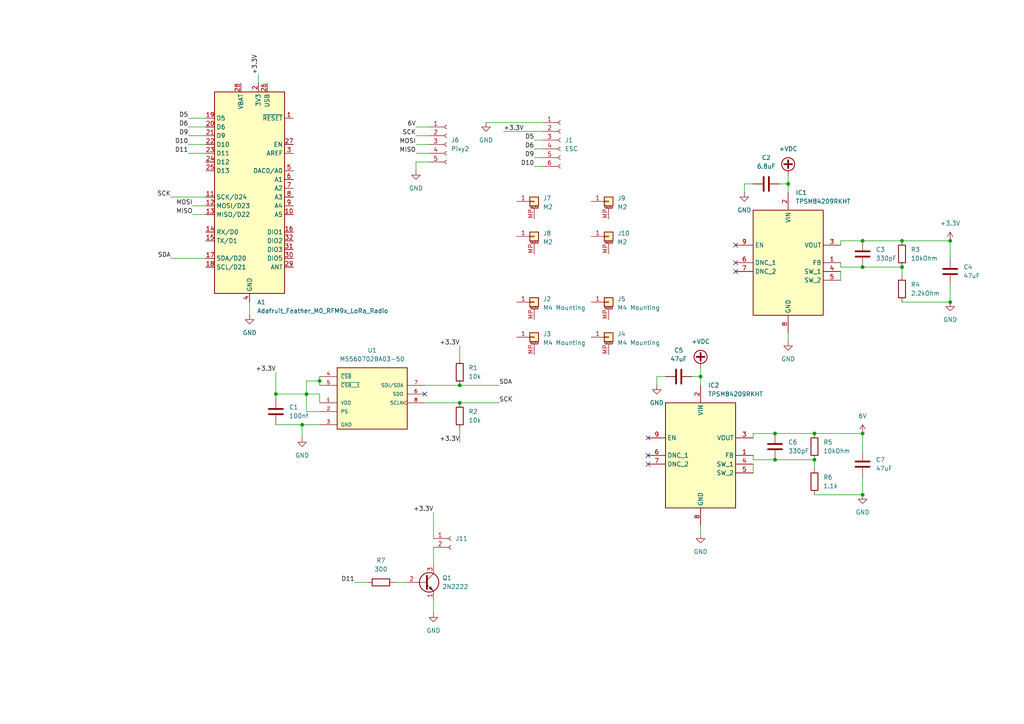
<source format=kicad_sch>
(kicad_sch (version 20250114) (generator "eeschema") (generator_version "9.0")
  (paper "A4")
  (lib_symbols
    (symbol "Connector:Conn_01x02_Socket" (pin_names (offset 1.016) (hide yes))
      (property "Reference" "J" (at 0 2.54 0))
      (property "Value" "Conn_01x02_Socket" (at 0 -5.08 0))
      (symbol "Conn_01x02_Socket_1_1"
        (polyline (pts (xy -1.27 0) (xy -0.508 0)) (stroke (width 0.1524)))
        (polyline (pts (xy -1.27 -2.54) (xy -0.508 -2.54)) (stroke (width 0.1524)))
        (arc (start 0 -0.508) (mid -0.5058 0) (end 0 0.508) (stroke (width 0.1524)))
        (arc (start 0 -3.048) (mid -0.5058 -2.54) (end 0 -2.032) (stroke (width 0.1524)))
        (pin passive line (at -5.08 0 0) (length 3.81) (name "Pin_1") (number "1"))
        (pin passive line (at -5.08 -2.54 0) (length 3.81) (name "Pin_2") (number "2"))
      )
    )
    (symbol "Connector:Conn_01x05_Socket" (pin_names (offset 1.016) (hide yes))
      (property "Reference" "J" (at 0 7.62 0))
      (property "Value" "Conn_01x05_Socket" (at 0 -7.62 0))
      (symbol "Conn_01x05_Socket_1_1"
        (polyline (pts (xy -1.27 5.08) (xy -0.508 5.08)) (stroke (width 0.1524)))
        (polyline (pts (xy -1.27 2.54) (xy -0.508 2.54)) (stroke (width 0.1524)))
        (polyline (pts (xy -1.27 0) (xy -0.508 0)) (stroke (width 0.1524)))
        (polyline (pts (xy -1.27 -2.54) (xy -0.508 -2.54)) (stroke (width 0.1524)))
        (polyline (pts (xy -1.27 -5.08) (xy -0.508 -5.08)) (stroke (width 0.1524)))
        (arc (start 0 4.572) (mid -0.5058 5.08) (end 0 5.588) (stroke (width 0.1524)))
        (arc (start 0 2.032) (mid -0.5058 2.54) (end 0 3.048) (stroke (width 0.1524)))
        (arc (start 0 -0.508) (mid -0.5058 0) (end 0 0.508) (stroke (width 0.1524)))
        (arc (start 0 -3.048) (mid -0.5058 -2.54) (end 0 -2.032) (stroke (width 0.1524)))
        (arc (start 0 -5.588) (mid -0.5058 -5.08) (end 0 -4.572) (stroke (width 0.1524)))
        (pin passive line (at -5.08 5.08 0) (length 3.81) (name "Pin_1") (number "1"))
        (pin passive line (at -5.08 2.54 0) (length 3.81) (name "Pin_2") (number "2"))
        (pin passive line (at -5.08 0 0) (length 3.81) (name "Pin_3") (number "3"))
        (pin passive line (at -5.08 -2.54 0) (length 3.81) (name "Pin_4") (number "4"))
        (pin passive line (at -5.08 -5.08 0) (length 3.81) (name "Pin_5") (number "5"))
      )
    )
    (symbol "Connector:Conn_01x06_Socket" (pin_names (offset 1.016) (hide yes))
      (property "Reference" "J" (at 0 7.62 0))
      (property "Value" "Conn_01x06_Socket" (at 0 -10.16 0))
      (symbol "Conn_01x06_Socket_1_1"
        (polyline (pts (xy -1.27 5.08) (xy -0.508 5.08)) (stroke (width 0.1524)))
        (polyline (pts (xy -1.27 2.54) (xy -0.508 2.54)) (stroke (width 0.1524)))
        (polyline (pts (xy -1.27 0) (xy -0.508 0)) (stroke (width 0.1524)))
        (polyline (pts (xy -1.27 -2.54) (xy -0.508 -2.54)) (stroke (width 0.1524)))
        (polyline (pts (xy -1.27 -5.08) (xy -0.508 -5.08)) (stroke (width 0.1524)))
        (polyline (pts (xy -1.27 -7.62) (xy -0.508 -7.62)) (stroke (width 0.1524)))
        (arc (start 0 4.572) (mid -0.5058 5.08) (end 0 5.588) (stroke (width 0.1524)))
        (arc (start 0 2.032) (mid -0.5058 2.54) (end 0 3.048) (stroke (width 0.1524)))
        (arc (start 0 -0.508) (mid -0.5058 0) (end 0 0.508) (stroke (width 0.1524)))
        (arc (start 0 -3.048) (mid -0.5058 -2.54) (end 0 -2.032) (stroke (width 0.1524)))
        (arc (start 0 -5.588) (mid -0.5058 -5.08) (end 0 -4.572) (stroke (width 0.1524)))
        (arc (start 0 -8.128) (mid -0.5058 -7.62) (end 0 -7.112) (stroke (width 0.1524)))
        (pin passive line (at -5.08 5.08 0) (length 3.81) (name "Pin_1") (number "1"))
        (pin passive line (at -5.08 2.54 0) (length 3.81) (name "Pin_2") (number "2"))
        (pin passive line (at -5.08 0 0) (length 3.81) (name "Pin_3") (number "3"))
        (pin passive line (at -5.08 -2.54 0) (length 3.81) (name "Pin_4") (number "4"))
        (pin passive line (at -5.08 -5.08 0) (length 3.81) (name "Pin_5") (number "5"))
        (pin passive line (at -5.08 -7.62 0) (length 3.81) (name "Pin_6") (number "6"))
      )
    )
    (symbol "Connector_Generic_MountingPin:Conn_01x01_MountingPin" (pin_names (offset 1.016) (hide yes))
      (property "Reference" "J" (at 0 2.54 0))
      (property "Value" "Conn_01x01_MountingPin" (at 1.27 -2.54 0))
      (symbol "Conn_01x01_MountingPin_1_1"
        (rectangle (start -1.27 1.27) (end 1.27 -1.27) (stroke (width 0.254)) (fill (type background)))
        (rectangle (start -1.27 0.127) (end 0 -0.127) (stroke (width 0.1524)))
        (polyline (pts (xy -1.016 -2.032) (xy 1.016 -2.032)) (stroke (width 0.1524)))
        (text "Mounting" (at 0 -1.651 0) (effects (font (size 0.381 0.381))))
        (pin passive line (at -5.08 0 0) (length 3.81) (name "Pin_1") (number "1"))
        (pin passive line (at 0 -5.08 90) (length 3.048) (name "MountPin") (number "MP"))
      )
    )
    (symbol "Device:C" (pin_numbers (hide yes)) (pin_names (offset 0.254))
      (property "Reference" "C" (at 0.635 2.54 0))
      (property "Value" "C" (at 0.635 -2.54 0))
      (symbol "C_0_1"
        (polyline (pts (xy -2.032 0.762) (xy 2.032 0.762)) (stroke (width 0.508)))
        (polyline (pts (xy -2.032 -0.762) (xy 2.032 -0.762)) (stroke (width 0.508)))
      )
      (symbol "C_1_1"
        (pin passive line (at 0 3.81 270) (length 2.794) (name "~") (number "1"))
        (pin passive line (at 0 -3.81 90) (length 2.794) (name "~") (number "2"))
      )
    )
    (symbol "Device:R" (pin_numbers (hide yes)) (pin_names (offset 0))
      (property "Reference" "R" (at 2.032 0 90))
      (property "Value" "R" (at 0 0 90))
      (symbol "R_0_1"
        (rectangle (start -1.016 -2.54) (end 1.016 2.54) (stroke (width 0.254)))
      )
      (symbol "R_1_1"
        (pin passive line (at 0 3.81 270) (length 1.27) (name "~") (number "1"))
        (pin passive line (at 0 -3.81 90) (length 1.27) (name "~") (number "2"))
      )
    )
    (symbol "MCU_Module:Adafruit_Feather_M0_RFM9x_LoRa_Radio"
      (property "Reference" "A" (at -10.16 29.21 0))
      (property "Value" "Adafruit_Feather_M0_RFM9x_LoRa_Radio" (at 2.54 -31.75 0))
      (symbol "Adafruit_Feather_M0_RFM9x_LoRa_Radio_0_1"
        (rectangle (start -10.16 27.94) (end 10.16 -30.48) (stroke (width 0.254)) (fill (type background)))
      )
      (symbol "Adafruit_Feather_M0_RFM9x_LoRa_Radio_1_1"
        (pin bidirectional line (at -12.7 20.32 0) (length 2.54) (name "D5") (number "19"))
        (pin bidirectional line (at -12.7 17.78 0) (length 2.54) (name "D6") (number "20"))
        (pin bidirectional line (at -12.7 15.24 0) (length 2.54) (name "D9") (number "21"))
        (pin bidirectional line (at -12.7 12.7 0) (length 2.54) (name "D10") (number "22"))
        (pin bidirectional line (at -12.7 10.16 0) (length 2.54) (name "D11") (number "23"))
        (pin bidirectional line (at -12.7 7.62 0) (length 2.54) (name "D12") (number "24"))
        (pin bidirectional line (at -12.7 5.08 0) (length 2.54) (name "D13") (number "25"))
        (pin bidirectional line (at -12.7 -2.54 0) (length 2.54) (name "SCK/D24") (number "11"))
        (pin bidirectional line (at -12.7 -5.08 0) (length 2.54) (name "MOSI/D23") (number "12"))
        (pin bidirectional line (at -12.7 -7.62 0) (length 2.54) (name "MISO/D22") (number "13"))
        (pin bidirectional line (at -12.7 -12.7 0) (length 2.54) (name "RX/D0") (number "14"))
        (pin bidirectional line (at -12.7 -15.24 0) (length 2.54) (name "TX/D1") (number "15"))
        (pin bidirectional line (at -12.7 -20.32 0) (length 2.54) (name "SDA/D20") (number "17"))
        (pin bidirectional line (at -12.7 -22.86 0) (length 2.54) (name "SCL/D21") (number "18"))
        (pin power_in line (at -2.54 30.48 270) (length 2.54) (name "VBAT") (number "28"))
        (pin power_in line (at 0 -33.02 90) (length 2.54) (name "GND") (number "4"))
        (pin power_in line (at 2.54 30.48 270) (length 2.54) (name "3V3") (number "2"))
        (pin power_in line (at 5.08 30.48 270) (length 2.54) (name "USB") (number "26"))
        (pin input line (at 12.7 20.32 180) (length 2.54) (name "~{RESET}") (number "1"))
        (pin input line (at 12.7 12.7 180) (length 2.54) (name "EN") (number "27"))
        (pin input line (at 12.7 10.16 180) (length 2.54) (name "AREF") (number "3"))
        (pin bidirectional line (at 12.7 5.08 180) (length 2.54) (name "DAC0/A0") (number "5"))
        (pin bidirectional line (at 12.7 2.54 180) (length 2.54) (name "A1") (number "6"))
        (pin bidirectional line (at 12.7 0 180) (length 2.54) (name "A2") (number "7"))
        (pin bidirectional line (at 12.7 -2.54 180) (length 2.54) (name "A3") (number "8"))
        (pin bidirectional line (at 12.7 -5.08 180) (length 2.54) (name "A4") (number "9"))
        (pin bidirectional line (at 12.7 -7.62 180) (length 2.54) (name "A5") (number "10"))
        (pin bidirectional line (at 12.7 -12.7 180) (length 2.54) (name "DIO1") (number "16"))
        (pin bidirectional line (at 12.7 -15.24 180) (length 2.54) (name "DIO2") (number "32"))
        (pin bidirectional line (at 12.7 -17.78 180) (length 2.54) (name "DIO3") (number "31"))
        (pin bidirectional line (at 12.7 -20.32 180) (length 2.54) (name "DIO5") (number "30"))
        (pin bidirectional line (at 12.7 -22.86 180) (length 2.54) (name "ANT") (number "29"))
      )
    )
    (symbol "TPSM84209RKHT:TPSM84209RKHT"
      (property "Reference" "IC" (at 26.67 15.24 0))
      (property "Value" "TPSM84209RKHT" (at 26.67 12.7 0))
      (symbol "TPSM84209RKHT_1_1"
        (rectangle (start 5.08 10.16) (end 25.4 -20.32) (stroke (width 0.254)) (fill (type background)))
        (pin passive line (at 0 0 0) (length 5.08) (name "EN") (number "9"))
        (pin passive line (at 0 -5.08 0) (length 5.08) (name "DNC_1") (number "6"))
        (pin passive line (at 0 -7.62 0) (length 5.08) (name "DNC_2") (number "7"))
        (pin passive line (at 15.24 15.24 270) (length 5.08) (name "VIN") (number "2"))
        (pin passive line (at 15.24 -25.4 90) (length 5.08) (name "GND") (number "8"))
        (pin passive line (at 30.48 0 180) (length 5.08) (name "VOUT") (number "3"))
        (pin passive line (at 30.48 -5.08 180) (length 5.08) (name "FB") (number "1"))
        (pin passive line (at 30.48 -7.62 180) (length 5.08) (name "SW_1") (number "4"))
        (pin passive line (at 30.48 -10.16 180) (length 5.08) (name "SW_2") (number "5"))
      )
    )
    (symbol "Transistor_BJT:2N2219" (pin_names (offset 0) (hide yes))
      (property "Reference" "Q" (at 5.08 1.905 0))
      (property "Value" "2N2219" (at 5.08 0 0))
      (symbol "2N2219_0_1"
        (polyline (pts (xy -2.54 0) (xy 0.635 0)))
        (polyline (pts (xy 0.635 1.905) (xy 0.635 -1.905)) (stroke (width 0.508)))
        (circle (center 1.27 0) (radius 2.8194) (stroke (width 0.254)))
      )
      (symbol "2N2219_1_1"
        (polyline (pts (xy 0.635 0.635) (xy 2.54 2.54)))
        (polyline (pts (xy 0.635 -0.635) (xy 2.54 -2.54)))
        (polyline (pts (xy 1.27 -1.778) (xy 1.778 -1.27) (xy 2.286 -2.286) (xy 1.27 -1.778)) (fill (type outline)))
        (pin input line (at -5.08 0 0) (length 2.54) (name "B") (number "2"))
        (pin passive line (at 2.54 5.08 270) (length 2.54) (name "C") (number "3"))
        (pin passive line (at 2.54 -5.08 90) (length 2.54) (name "E") (number "1"))
      )
    )
    (symbol "power:+3.3V" (power) (pin_numbers (hide yes)) (pin_names (offset 0) (hide yes))
      (property "Value" "+3.3V" (at 0 3.556 0))
      (symbol "+3.3V_0_1"
        (polyline (pts (xy -0.762 1.27) (xy 0 2.54)))
        (polyline (pts (xy 0 2.54) (xy 0.762 1.27)))
        (polyline (pts (xy 0 0) (xy 0 2.54)))
      )
      (symbol "+3.3V_1_1"
        (pin power_in line (at 0 0 90) (length 0) (name "~") (number "1"))
      )
    )
    (symbol "power:+VDC" (power) (pin_numbers (hide yes)) (pin_names (offset 0) (hide yes))
      (property "Value" "+VDC" (at 0 6.35 0))
      (symbol "+VDC_0_1"
        (polyline (pts (xy -1.143 3.175) (xy 1.143 3.175)) (stroke (width 0.508)))
        (circle (center 0 3.175) (radius 1.905) (stroke (width 0.254)))
        (polyline (pts (xy 0 2.032) (xy 0 4.318)) (stroke (width 0.508)))
        (polyline (pts (xy 0 0) (xy 0 1.27)))
      )
      (symbol "+VDC_1_1"
        (pin power_in line (at 0 0 90) (length 0) (name "~") (number "1"))
      )
    )
    (symbol "power:GND" (power) (pin_numbers (hide yes)) (pin_names (offset 0) (hide yes))
      (property "Value" "GND" (at 0 -3.81 0))
      (symbol "GND_0_1"
        (polyline (pts (xy 0 0) (xy 0 -1.27) (xy 1.27 -1.27) (xy 0 -2.54) (xy -1.27 -1.27) (xy 0 -1.27)))
      )
      (symbol "GND_1_1"
        (pin power_in line (at 0 0 270) (length 0) (name "~") (number "1"))
      )
    )
    (symbol "pressure:MS560702BA03-50" (pin_names (offset 1.016))
      (property "Reference" "U1" (at 0 12.7 0))
      (property "Value" "MS560702BA03-50" (at 0 10.16 0))
      (symbol "MS560702BA03-50_0_0"
        (rectangle (start -10.16 7.62) (end 10.16 -10.16) (stroke (width 0.254)) (fill (type background)))
        (pin input line (at -15.24 5.08 0) (length 5.08) (name "~{CSB}") (number "4"))
        (pin input line (at -15.24 2.54 0) (length 5.08) (name "~{CSB__1}") (number "5"))
        (pin power_in line (at -15.24 -2.54 0) (length 5.08) (name "VDD") (number "1"))
        (pin input line (at -15.24 -5.08 0) (length 5.08) (name "PS") (number "2"))
        (pin power_in line (at -15.24 -8.89 0) (length 5.08) (name "GND") (number "3"))
        (pin bidirectional line (at 15.24 2.54 180) (length 5.08) (name "SDI/SDA") (number "7"))
        (pin output line (at 15.24 0 180) (length 5.08) (name "SDO") (number "6"))
        (pin input clock (at 15.24 -2.54 180) (length 5.08) (name "SCLK") (number "8"))
      )
    )
  )
  (junction (at 133.35 111.76))
  (junction (at 261.62 77.47))
  (junction (at 133.35 116.84))
  (junction (at 250.19 143.51))
  (junction (at 250.19 69.85))
  (junction (at 80.01 114.3))
  (junction (at 261.62 69.85))
  (junction (at 250.19 125.73))
  (junction (at 224.79 133.35))
  (junction (at 236.22 125.73))
  (junction (at 236.22 133.35))
  (junction (at 87.63 123.19))
  (junction (at 250.19 77.47))
  (junction (at 92.71 110.49))
  (junction (at 275.59 69.85))
  (junction (at 203.2 109.22))
  (junction (at 228.6 53.34))
  (junction (at 224.79 125.73))
  (junction (at 275.59 87.63))
  (junction (at 88.9 114.3))
  (no_connect (at 123.19 114.3))
  (no_connect (at 213.36 71.12))
  (no_connect (at 187.96 127))
  (no_connect (at 213.36 78.74))
  (no_connect (at 187.96 132.08))
  (no_connect (at 187.96 134.62))
  (no_connect (at 213.36 76.2))
  (wire (pts (xy 218.44 125.73) (xy 218.44 127)))
  (wire (pts (xy 154.94 40.64) (xy 157.48 40.64)))
  (wire (pts (xy 55.88 62.23) (xy 59.69 62.23)))
  (wire (pts (xy 125.73 148.59) (xy 125.73 156.21)))
  (wire (pts (xy 92.71 109.22) (xy 92.71 110.49)))
  (wire (pts (xy 146.05 38.1) (xy 157.48 38.1)))
  (wire (pts (xy 218.44 53.34) (xy 215.9 53.34)))
  (wire (pts (xy 120.65 46.99) (xy 120.65 49.53)))
  (wire (pts (xy 154.94 48.26) (xy 157.48 48.26)))
  (wire (pts (xy 54.61 39.37) (xy 59.69 39.37)))
  (wire (pts (xy 190.5 109.22) (xy 190.5 111.76)))
  (wire (pts (xy 123.19 116.84) (xy 133.35 116.84)))
  (wire (pts (xy 125.73 158.75) (xy 125.73 163.83)))
  (wire (pts (xy 200.66 109.22) (xy 203.2 109.22)))
  (wire (pts (xy 87.63 123.19) (xy 92.71 123.19)))
  (wire (pts (xy 120.65 36.83) (xy 124.46 36.83)))
  (wire (pts (xy 261.62 77.47) (xy 261.62 80.01)))
  (wire (pts (xy 102.87 168.91) (xy 106.68 168.91)))
  (wire (pts (xy 228.6 53.34) (xy 228.6 55.88)))
  (wire (pts (xy 123.19 111.76) (xy 133.35 111.76)))
  (wire (pts (xy 193.04 109.22) (xy 190.5 109.22)))
  (wire (pts (xy 250.19 143.51) (xy 250.19 138.43)))
  (wire (pts (xy 250.19 77.47) (xy 261.62 77.47)))
  (wire (pts (xy 228.6 50.8) (xy 228.6 53.34)))
  (wire (pts (xy 203.2 106.68) (xy 203.2 109.22)))
  (wire (pts (xy 226.06 53.34) (xy 228.6 53.34)))
  (wire (pts (xy 224.79 125.73) (xy 236.22 125.73)))
  (wire (pts (xy 92.71 110.49) (xy 88.9 110.49)))
  (wire (pts (xy 120.65 46.99) (xy 124.46 46.99)))
  (wire (pts (xy 236.22 133.35) (xy 236.22 135.89)))
  (wire (pts (xy 224.79 125.73) (xy 218.44 125.73)))
  (wire (pts (xy 120.65 41.91) (xy 124.46 41.91)))
  (wire (pts (xy 92.71 116.84) (xy 92.71 114.3)))
  (wire (pts (xy 88.9 119.38) (xy 92.71 119.38)))
  (wire (pts (xy 54.61 34.29) (xy 59.69 34.29)))
  (wire (pts (xy 215.9 53.34) (xy 215.9 55.88)))
  (wire (pts (xy 133.35 124.46) (xy 133.35 128.27)))
  (wire (pts (xy 154.94 45.72) (xy 157.48 45.72)))
  (wire (pts (xy 120.65 39.37) (xy 124.46 39.37)))
  (wire (pts (xy 80.01 114.3) (xy 88.9 114.3)))
  (wire (pts (xy 88.9 114.3) (xy 92.71 114.3)))
  (wire (pts (xy 228.6 96.52) (xy 228.6 99.06)))
  (wire (pts (xy 88.9 110.49) (xy 88.9 114.3)))
  (wire (pts (xy 80.01 114.3) (xy 80.01 115.57)))
  (wire (pts (xy 54.61 36.83) (xy 59.69 36.83)))
  (wire (pts (xy 55.88 59.69) (xy 59.69 59.69)))
  (wire (pts (xy 49.53 57.15) (xy 59.69 57.15)))
  (wire (pts (xy 203.2 152.4) (xy 203.2 154.94)))
  (wire (pts (xy 125.73 173.99) (xy 125.73 177.8)))
  (wire (pts (xy 261.62 87.63) (xy 275.59 87.63)))
  (wire (pts (xy 80.01 123.19) (xy 87.63 123.19)))
  (wire (pts (xy 236.22 125.73) (xy 250.19 125.73)))
  (wire (pts (xy 74.93 21.59) (xy 74.93 24.13)))
  (wire (pts (xy 224.79 133.35) (xy 236.22 133.35)))
  (wire (pts (xy 88.9 114.3) (xy 88.9 119.38)))
  (wire (pts (xy 154.94 43.18) (xy 157.48 43.18)))
  (wire (pts (xy 243.84 77.47) (xy 250.19 77.47)))
  (wire (pts (xy 243.84 78.74) (xy 243.84 81.28)))
  (wire (pts (xy 261.62 69.85) (xy 275.59 69.85)))
  (wire (pts (xy 203.2 109.22) (xy 203.2 111.76)))
  (wire (pts (xy 133.35 100.33) (xy 133.35 104.14)))
  (wire (pts (xy 92.71 110.49) (xy 92.71 111.76)))
  (wire (pts (xy 80.01 107.95) (xy 80.01 114.3)))
  (wire (pts (xy 250.19 69.85) (xy 261.62 69.85)))
  (wire (pts (xy 54.61 41.91) (xy 59.69 41.91)))
  (wire (pts (xy 49.53 74.93) (xy 59.69 74.93)))
  (wire (pts (xy 275.59 74.93) (xy 275.59 69.85)))
  (wire (pts (xy 243.84 76.2) (xy 243.84 77.47)))
  (wire (pts (xy 218.44 132.08) (xy 218.44 133.35)))
  (wire (pts (xy 218.44 134.62) (xy 218.44 137.16)))
  (wire (pts (xy 120.65 44.45) (xy 124.46 44.45)))
  (wire (pts (xy 133.35 116.84) (xy 144.78 116.84)))
  (wire (pts (xy 243.84 69.85) (xy 243.84 71.12)))
  (wire (pts (xy 236.22 143.51) (xy 250.19 143.51)))
  (wire (pts (xy 54.61 44.45) (xy 59.69 44.45)))
  (wire (pts (xy 140.97 35.56) (xy 157.48 35.56)))
  (wire (pts (xy 72.39 87.63) (xy 72.39 91.44)))
  (wire (pts (xy 218.44 133.35) (xy 224.79 133.35)))
  (wire (pts (xy 275.59 87.63) (xy 275.59 82.55)))
  (wire (pts (xy 133.35 111.76) (xy 144.78 111.76)))
  (wire (pts (xy 114.3 168.91) (xy 118.11 168.91)))
  (wire (pts (xy 87.63 123.19) (xy 87.63 127)))
  (wire (pts (xy 250.19 130.81) (xy 250.19 125.73)))
  (wire (pts (xy 250.19 69.85) (xy 243.84 69.85)))
  (label "MISO" (at 55.88 62.23 180))
  (label "SDA" (at 49.53 74.93 180))
  (label "MOSI" (at 120.65 41.91 180))
  (label "D10" (at 54.61 41.91 180))
  (label "6V" (at 120.65 36.83 180))
  (label "+3.3V" (at 74.93 21.59 90))
  (label "MISO" (at 120.65 44.45 180))
  (label "D11" (at 102.87 168.91 180))
  (label "D9" (at 54.61 39.37 180))
  (label "D6" (at 154.94 43.18 180))
  (label "+3.3V" (at 125.73 148.59 180))
  (label "D9" (at 154.94 45.72 180))
  (label "+3.3V" (at 146.05 38.1 0))
  (label "SDA" (at 144.78 111.76 0))
  (label "SCK" (at 144.78 116.84 0))
  (label "D10" (at 154.94 48.26 180))
  (label "D5" (at 154.94 40.64 180))
  (label "SCK" (at 120.65 39.37 180))
  (label "+3.3V" (at 133.35 128.27 180))
  (label "D11" (at 54.61 44.45 180))
  (label "D6" (at 54.61 36.83 180))
  (label "+3.3V" (at 133.35 100.33 180))
  (label "MOSI" (at 55.88 59.69 180))
  (label "D5" (at 54.61 34.29 180))
  (label "+3.3V" (at 80.01 107.95 180))
  (label "SCK" (at 49.53 57.15 180))
  (symbol (lib_id "Device:C") (at 224.79 129.54 0) (unit 1)
    (property "Reference" "C6" (at 228.6 128.2699 0) (effects (justify left)))
    (property "Value" "330pF" (at 228.6 130.8099 0) (effects (justify left)))
    (property "Footprint" "Capacitor_SMD:C_0603_1608Metric_Pad1.08x0.95mm_HandSolder" (effects (hide yes)))
    (property "Description" "Unpolarized capacitor" (effects (hide yes)))
  )
  (symbol (lib_id "Connector_Generic_MountingPin:Conn_01x01_MountingPin") (at 154.94 97.79 0) (unit 1)
    (property "Reference" "J3" (at 157.48 96.8755 0) (effects (justify left)))
    (property "Value" "M4 Mounting" (at 157.48 99.4155 0) (effects (justify left)))
    (property "Footprint" "Mounting:MountingHole_4.3mm_M4" (effects (hide yes)))
    (property "Description" "Generic connectable mounting pin connector, single row, 01x01, script generated (kicad-library-utils/schlib/autogen/connector/)" (effects (hide yes)))
  )
  (symbol (lib_id "power:+VDC") (at 228.6 50.8 0) (unit 1)
    (property "Reference" "#PWR010" (effects (hide yes)))
    (property "Value" "+VDC" (at 228.6 43.18 0))
    (property "Description" "Power symbol creates a global label with name \"+VDC\"" (effects (hide yes)))
  )
  (symbol (lib_id "power:GND") (at 125.73 177.8 0) (unit 1)
    (property "Reference" "#PWR015" (effects (hide yes)))
    (property "Value" "GND" (at 125.73 182.88 0))
    (property "Description" "Power symbol creates a global label with name \"GND\" , ground" (effects (hide yes)))
  )
  (symbol (lib_id "Device:C") (at 196.85 109.22 90) (unit 1)
    (property "Reference" "C5" (at 196.85 101.6 90))
    (property "Value" "47uF" (at 196.85 104.14 90))
    (property "Footprint" "Capacitor_SMD:C_0603_1608Metric_Pad1.08x0.95mm_HandSolder" (effects (hide yes)))
    (property "Description" "Unpolarized capacitor" (effects (hide yes)))
  )
  (symbol (lib_id "Connector:Conn_01x06_Socket") (at 162.56 40.64 0) (unit 1)
    (property "Reference" "J1" (at 163.83 40.6399 0) (effects (justify left)))
    (property "Value" "ESC" (at 163.83 43.1799 0) (effects (justify left)))
    (property "Footprint" "Connector_PinHeader_1.00mm:PinHeader_1x06_P1.00mm_Vertical" (effects (hide yes)))
    (property "Description" "Generic connector, single row, 01x06, script generated" (effects (hide yes)))
  )
  (symbol (lib_id "power:GND") (at 72.39 91.44 0) (unit 1)
    (property "Reference" "#PWR01" (effects (hide yes)))
    (property "Value" "GND" (at 72.39 96.52 0))
    (property "Description" "Power symbol creates a global label with name \"GND\" , ground" (effects (hide yes)))
  )
  (symbol (lib_id "MCU_Module:Adafruit_Feather_M0_RFM9x_LoRa_Radio") (at 72.39 54.61 0) (unit 1)
    (property "Reference" "A1" (at 74.5333 87.63 0) (effects (justify left)))
    (property "Value" "Adafruit_Feather_M0_RFM9x_LoRa_Radio" (at 74.5333 90.17 0) (effects (justify left)))
    (property "Footprint" "Module:Adafruit_Feather_M0_RFM" (effects (hide yes)))
    (property "Datasheet" "https://cdn-learn.adafruit.com/downloads/pdf/adafruit-feather-m0-radio-with-lora-radio-module.pdf" (effects (hide yes)))
    (property "Description" "Microcontroller module with SAMD21 Cortex-M0 MCU and RFM9x Radio" (effects (hide yes)))
  )
  (symbol (lib_id "Connector_Generic_MountingPin:Conn_01x01_MountingPin") (at 154.94 68.58 0) (unit 1)
    (property "Reference" "J8" (at 157.48 67.6655 0) (effects (justify left)))
    (property "Value" "M2" (at 157.48 70.2055 0) (effects (justify left)))
    (property "Footprint" "MountingHole:MountingHole_2.2mm_M2" (effects (hide yes)))
    (property "Description" "Generic connectable mounting pin connector, single row, 01x01, script generated (kicad-library-utils/schlib/autogen/connector/)" (effects (hide yes)))
  )
  (symbol (lib_id "Device:C") (at 222.25 53.34 90) (unit 1)
    (property "Reference" "C2" (at 222.25 45.72 90))
    (property "Value" "6.8uF" (at 222.25 48.26 90))
    (property "Footprint" "Capacitor_SMD:C_0603_1608Metric_Pad1.08x0.95mm_HandSolder" (effects (hide yes)))
    (property "Description" "Unpolarized capacitor" (effects (hide yes)))
  )
  (symbol (lib_id "Device:R") (at 261.62 83.82 0) (unit 1)
    (property "Reference" "R4" (at 264.16 82.5499 0) (effects (justify left)))
    (property "Value" "2.2kOhm" (at 264.16 85.0899 0) (effects (justify left)))
    (property "Footprint" "Resistor_SMD:R_0603_1608Metric_Pad0.98x0.95mm_HandSolder" (effects (hide yes)))
    (property "Description" "Resistor" (effects (hide yes)))
  )
  (symbol (lib_id "power:GND") (at 87.63 127 0) (unit 1)
    (property "Reference" "#PWR011" (effects (hide yes)))
    (property "Value" "GND" (at 87.63 132.08 0))
    (property "Description" "Power symbol creates a global label with name \"GND\" , ground" (effects (hide yes)))
  )
  (symbol (lib_id "Connector:Conn_01x02_Socket") (at 130.81 156.21 0) (unit 1)
    (property "Reference" "J11" (at 132.08 156.2099 0) (effects (justify left)))
    (property "Value" "Conn_01x02_Socket" (effects (hide yes)))
    (property "Footprint" "Connector_PinHeader_2.54mm:PinHeader_1x02_P2.54mm_Vertical" (effects (hide yes)))
    (property "Description" "Generic connector, single row, 01x02, script generated" (effects (hide yes)))
  )
  (symbol (lib_id "Transistor_BJT:2N2219") (at 123.19 168.91 0) (unit 1)
    (property "Reference" "Q1" (at 128.27 167.6399 0) (effects (justify left)))
    (property "Value" "2N2222" (at 128.27 170.1799 0) (effects (justify left)))
    (property "Footprint" "2n2222:SOT95P237X111-3N" (effects (hide yes)))
    (property "Datasheet" "http://www.onsemi.com/pub_link/Collateral/2N2219-D.PDF" (effects (hide yes)))
    (property "Description" "800mA Ic, 50V Vce, NPN Transistor, TO-39" (effects (hide yes)))
  )
  (symbol (lib_id "Connector:Conn_01x05_Socket") (at 129.54 41.91 0) (unit 1)
    (property "Reference" "J6" (at 130.81 40.6399 0) (effects (justify left)))
    (property "Value" "Pixy2" (at 130.81 43.1799 0) (effects (justify left)))
    (property "Footprint" "Connector_PinSocket_2.54mm:PinSocket_1x05_P2.54mm_Vertical" (effects (hide yes)))
    (property "Description" "Generic connector, single row, 01x05, script generated" (effects (hide yes)))
  )
  (symbol (lib_id "power:GND") (at 190.5 111.76 0) (unit 1)
    (property "Reference" "#PWR04" (effects (hide yes)))
    (property "Value" "GND" (at 190.5 116.84 0))
    (property "Description" "Power symbol creates a global label with name \"GND\" , ground" (effects (hide yes)))
  )
  (symbol (lib_id "Device:C") (at 250.19 134.62 0) (unit 1)
    (property "Reference" "C7" (at 254 133.3499 0) (effects (justify left)))
    (property "Value" "47uF" (at 254 135.8899 0) (effects (justify left)))
    (property "Footprint" "Capacitor_SMD:C_0603_1608Metric_Pad1.08x0.95mm_HandSolder" (effects (hide yes)))
    (property "Description" "Unpolarized capacitor" (effects (hide yes)))
  )
  (symbol (lib_id "TPSM84209RKHT:TPSM84209RKHT") (at 187.96 127 0) (unit 1)
    (property "Reference" "IC2" (at 205.3433 111.76 0) (effects (justify left)))
    (property "Value" "TPSM84209RKHT" (at 205.3433 114.3 0) (effects (justify left)))
    (property "Footprint" "TPSM84209RKHT" (effects (hide yes)))
    (property "Datasheet" "http://www.ti.com/lit/gpn/tpsm84209" (effects (hide yes)))
    (property "Description" "4.5-V to 28-V input, 1.2-V to 6-V output, 2.5-A power module" (effects (hide yes)))
    (property "Height" "2.1" (effects (hide yes)))
    (property "Mouser Part Number" "595-TPSM84209RKHT" (effects (hide yes)))
    (property "Mouser Price/Stock" "https://www.mouser.co.uk/ProductDetail/Texas-Instruments/TPSM84209RKHT?qs=rrS6PyfT74fnmFkKpetMQQ%3D%3D" (effects (hide yes)))
    (property "Manufacturer_Name" "Texas Instruments" (effects (hide yes)))
    (property "Manufacturer_Part_Number" "TPSM84209RKHT" (effects (hide yes)))
  )
  (symbol (lib_id "Device:C") (at 80.01 119.38 0) (unit 1)
    (property "Reference" "C1" (at 83.82 118.1099 0) (effects (justify left)))
    (property "Value" "100nf" (at 83.82 120.6499 0) (effects (justify left)))
    (property "Footprint" "Capacitor_SMD:C_0603_1608Metric_Pad1.08x0.95mm_HandSolder" (effects (hide yes)))
    (property "Description" "Unpolarized capacitor" (effects (hide yes)))
  )
  (symbol (lib_id "TPSM84209RKHT:TPSM84209RKHT") (at 213.36 71.12 0) (unit 1)
    (property "Reference" "IC1" (at 230.7433 55.88 0) (effects (justify left)))
    (property "Value" "TPSM84209RKHT" (at 230.7433 58.42 0) (effects (justify left)))
    (property "Footprint" "TPSM84209RKHT" (effects (hide yes)))
    (property "Datasheet" "http://www.ti.com/lit/gpn/tpsm84209" (effects (hide yes)))
    (property "Description" "4.5-V to 28-V input, 1.2-V to 6-V output, 2.5-A power module" (effects (hide yes)))
    (property "Height" "2.1" (effects (hide yes)))
    (property "Mouser Part Number" "595-TPSM84209RKHT" (effects (hide yes)))
    (property "Mouser Price/Stock" "https://www.mouser.co.uk/ProductDetail/Texas-Instruments/TPSM84209RKHT?qs=rrS6PyfT74fnmFkKpetMQQ%3D%3D" (effects (hide yes)))
    (property "Manufacturer_Name" "Texas Instruments" (effects (hide yes)))
    (property "Manufacturer_Part_Number" "TPSM84209RKHT" (effects (hide yes)))
  )
  (symbol (lib_id "Connector_Generic_MountingPin:Conn_01x01_MountingPin") (at 176.53 87.63 0) (unit 1)
    (property "Reference" "J5" (at 179.07 86.7155 0) (effects (justify left)))
    (property "Value" "M4 Mounting" (at 179.07 89.2555 0) (effects (justify left)))
    (property "Footprint" "Mounting:MountingHole_4.3mm_M4" (effects (hide yes)))
    (property "Description" "Generic connectable mounting pin connector, single row, 01x01, script generated (kicad-library-utils/schlib/autogen/connector/)" (effects (hide yes)))
  )
  (symbol (lib_id "power:GND") (at 120.65 49.53 0) (unit 1)
    (property "Reference" "#PWR03" (effects (hide yes)))
    (property "Value" "GND" (at 120.65 54.61 0))
    (property "Description" "Power symbol creates a global label with name \"GND\" , ground" (effects (hide yes)))
  )
  (symbol (lib_id "Device:R") (at 133.35 120.65 0) (unit 1)
    (property "Reference" "R2" (at 135.89 119.3799 0) (effects (justify left)))
    (property "Value" "10k" (at 135.89 121.9199 0) (effects (justify left)))
    (property "Footprint" "Resistor_SMD:R_0603_1608Metric_Pad0.98x0.95mm_HandSolder" (effects (hide yes)))
    (property "Description" "Resistor" (effects (hide yes)))
  )
  (symbol (lib_id "power:GND") (at 140.97 35.56 0) (unit 1)
    (property "Reference" "#PWR02" (effects (hide yes)))
    (property "Value" "GND" (at 140.97 40.64 0))
    (property "Description" "Power symbol creates a global label with name \"GND\" , ground" (effects (hide yes)))
  )
  (symbol (lib_id "power:GND") (at 215.9 55.88 0) (unit 1)
    (property "Reference" "#PWR012" (effects (hide yes)))
    (property "Value" "GND" (at 215.9 60.96 0))
    (property "Description" "Power symbol creates a global label with name \"GND\" , ground" (effects (hide yes)))
  )
  (symbol (lib_id "power:GND") (at 250.19 143.51 0) (unit 1)
    (property "Reference" "#PWR08" (effects (hide yes)))
    (property "Value" "GND" (at 250.19 148.59 0))
    (property "Description" "Power symbol creates a global label with name \"GND\" , ground" (effects (hide yes)))
  )
  (symbol (lib_id "Connector_Generic_MountingPin:Conn_01x01_MountingPin") (at 176.53 68.58 0) (unit 1)
    (property "Reference" "J10" (at 179.07 67.6655 0) (effects (justify left)))
    (property "Value" "M2" (at 179.07 70.2055 0) (effects (justify left)))
    (property "Footprint" "MountingHole:MountingHole_2.2mm_M2" (effects (hide yes)))
    (property "Description" "Generic connectable mounting pin connector, single row, 01x01, script generated (kicad-library-utils/schlib/autogen/connector/)" (effects (hide yes)))
  )
  (symbol (lib_id "Connector_Generic_MountingPin:Conn_01x01_MountingPin") (at 154.94 58.42 0) (unit 1)
    (property "Reference" "J7" (at 157.48 57.5055 0) (effects (justify left)))
    (property "Value" "M2" (at 157.48 60.0455 0) (effects (justify left)))
    (property "Footprint" "MountingHole:MountingHole_2.2mm_M2" (effects (hide yes)))
    (property "Description" "Generic connectable mounting pin connector, single row, 01x01, script generated (kicad-library-utils/schlib/autogen/connector/)" (effects (hide yes)))
  )
  (symbol (lib_id "power:GND") (at 275.59 87.63 0) (unit 1)
    (property "Reference" "#PWR014" (effects (hide yes)))
    (property "Value" "GND" (at 275.59 92.71 0))
    (property "Description" "Power symbol creates a global label with name \"GND\" , ground" (effects (hide yes)))
  )
  (symbol (lib_id "power:+3.3V") (at 275.59 69.85 0) (unit 1)
    (property "Reference" "#PWR013" (effects (hide yes)))
    (property "Value" "+3.3V" (at 275.59 64.77 0))
    (property "Description" "Power symbol creates a global label with name \"+3.3V\"" (effects (hide yes)))
  )
  (symbol (lib_id "Device:R") (at 261.62 73.66 0) (unit 1)
    (property "Reference" "R3" (at 264.16 72.3899 0) (effects (justify left)))
    (property "Value" "10kOhm" (at 264.16 74.9299 0) (effects (justify left)))
    (property "Footprint" "Resistor_SMD:R_0603_1608Metric_Pad0.98x0.95mm_HandSolder" (effects (hide yes)))
    (property "Description" "Resistor" (effects (hide yes)))
  )
  (symbol (lib_id "power:GND") (at 203.2 154.94 0) (unit 1)
    (property "Reference" "#PWR06" (effects (hide yes)))
    (property "Value" "GND" (at 203.2 160.02 0))
    (property "Description" "Power symbol creates a global label with name \"GND\" , ground" (effects (hide yes)))
  )
  (symbol (lib_id "Connector_Generic_MountingPin:Conn_01x01_MountingPin") (at 154.94 87.63 0) (unit 1)
    (property "Reference" "J2" (at 157.48 86.7155 0) (effects (justify left)))
    (property "Value" "M4 Mounting" (at 157.48 89.2555 0) (effects (justify left)))
    (property "Footprint" "Mounting:MountingHole_4.3mm_M4" (effects (hide yes)))
    (property "Description" "Generic connectable mounting pin connector, single row, 01x01, script generated (kicad-library-utils/schlib/autogen/connector/)" (effects (hide yes)))
  )
  (symbol (lib_id "Device:R") (at 110.49 168.91 90) (unit 1)
    (property "Reference" "R7" (at 110.49 162.56 90))
    (property "Value" "300" (at 110.49 165.1 90))
    (property "Footprint" "Resistor_SMD:R_0603_1608Metric_Pad0.98x0.95mm_HandSolder" (effects (hide yes)))
    (property "Description" "Resistor" (effects (hide yes)))
  )
  (symbol (lib_id "Connector_Generic_MountingPin:Conn_01x01_MountingPin") (at 176.53 58.42 0) (unit 1)
    (property "Reference" "J9" (at 179.07 57.5055 0) (effects (justify left)))
    (property "Value" "M2" (at 179.07 60.0455 0) (effects (justify left)))
    (property "Footprint" "MountingHole:MountingHole_2.2mm_M2" (effects (hide yes)))
    (property "Description" "Generic connectable mounting pin connector, single row, 01x01, script generated (kicad-library-utils/schlib/autogen/connector/)" (effects (hide yes)))
  )
  (symbol (lib_id "Device:C") (at 250.19 73.66 0) (unit 1)
    (property "Reference" "C3" (at 254 72.3899 0) (effects (justify left)))
    (property "Value" "330pF" (at 254 74.9299 0) (effects (justify left)))
    (property "Footprint" "Capacitor_SMD:C_0603_1608Metric_Pad1.08x0.95mm_HandSolder" (effects (hide yes)))
    (property "Description" "Unpolarized capacitor" (effects (hide yes)))
  )
  (symbol (lib_id "power:+3.3V") (at 250.19 125.73 0) (unit 1)
    (property "Reference" "#PWR07" (effects (hide yes)))
    (property "Value" "6V" (at 250.19 120.65 0))
    (property "Description" "Power symbol creates a global label with name \"+3.3V\"" (effects (hide yes)))
  )
  (symbol (lib_id "power:GND") (at 228.6 99.06 0) (unit 1)
    (property "Reference" "#PWR09" (effects (hide yes)))
    (property "Value" "GND" (at 228.6 104.14 0))
    (property "Description" "Power symbol creates a global label with name \"GND\" , ground" (effects (hide yes)))
  )
  (symbol (lib_id "Device:C") (at 275.59 78.74 0) (unit 1)
    (property "Reference" "C4" (at 279.4 77.4699 0) (effects (justify left)))
    (property "Value" "47uF" (at 279.4 80.0099 0) (effects (justify left)))
    (property "Footprint" "Capacitor_SMD:C_0603_1608Metric_Pad1.08x0.95mm_HandSolder" (effects (hide yes)))
    (property "Description" "Unpolarized capacitor" (effects (hide yes)))
  )
  (symbol (lib_id "Device:R") (at 236.22 139.7 0) (unit 1)
    (property "Reference" "R6" (at 238.76 138.4299 0) (effects (justify left)))
    (property "Value" "1.1k" (at 238.76 140.9699 0) (effects (justify left)))
    (property "Footprint" "Resistor_SMD:R_0603_1608Metric_Pad0.98x0.95mm_HandSolder" (effects (hide yes)))
    (property "Description" "Resistor" (effects (hide yes)))
  )
  (symbol (lib_id "power:+VDC") (at 203.2 106.68 0) (unit 1)
    (property "Reference" "#PWR05" (effects (hide yes)))
    (property "Value" "+VDC" (at 203.2 99.06 0))
    (property "Description" "Power symbol creates a global label with name \"+VDC\"" (effects (hide yes)))
  )
  (symbol (lib_id "Device:R") (at 236.22 129.54 0) (unit 1)
    (property "Reference" "R5" (at 238.76 128.2699 0) (effects (justify left)))
    (property "Value" "10kOhm" (at 238.76 130.8099 0) (effects (justify left)))
    (property "Footprint" "Resistor_SMD:R_0603_1608Metric_Pad0.98x0.95mm_HandSolder" (effects (hide yes)))
    (property "Description" "Resistor" (effects (hide yes)))
  )
  (symbol (lib_id "pressure:MS560702BA03-50") (at 107.95 114.3 0) (unit 1)
    (property "Reference" "U1" (at 107.95 101.6 0))
    (property "Value" "MS560702BA03-50" (at 107.95 104.14 0))
    (property "Footprint" "pressure:SON125P300X500X100-8N" (effects (hide yes)))
    (property "STANDARD" "MANUFACTURER RECOMMENDATIONS" (effects (hide yes)))
    (property "MANUFACTURER" "TE CONNECTIVITY" (effects (hide yes)))
  )
  (symbol (lib_id "Device:R") (at 133.35 107.95 0) (unit 1)
    (property "Reference" "R1" (at 135.89 106.6799 0) (effects (justify left)))
    (property "Value" "10k" (at 135.89 109.2199 0) (effects (justify left)))
    (property "Footprint" "Resistor_SMD:R_0603_1608Metric_Pad0.98x0.95mm_HandSolder" (effects (hide yes)))
    (property "Description" "Resistor" (effects (hide yes)))
  )
  (symbol (lib_id "Connector_Generic_MountingPin:Conn_01x01_MountingPin") (at 176.53 97.79 0) (unit 1)
    (property "Reference" "J4" (at 179.07 96.8755 0) (effects (justify left)))
    (property "Value" "M4 Mounting" (at 179.07 99.4155 0) (effects (justify left)))
    (property "Footprint" "Mounting:MountingHole_4.3mm_M4" (effects (hide yes)))
    (property "Description" "Generic connectable mounting pin connector, single row, 01x01, script generated (kicad-library-utils/schlib/autogen/connector/)" (effects (hide yes)))
  )
)
</source>
